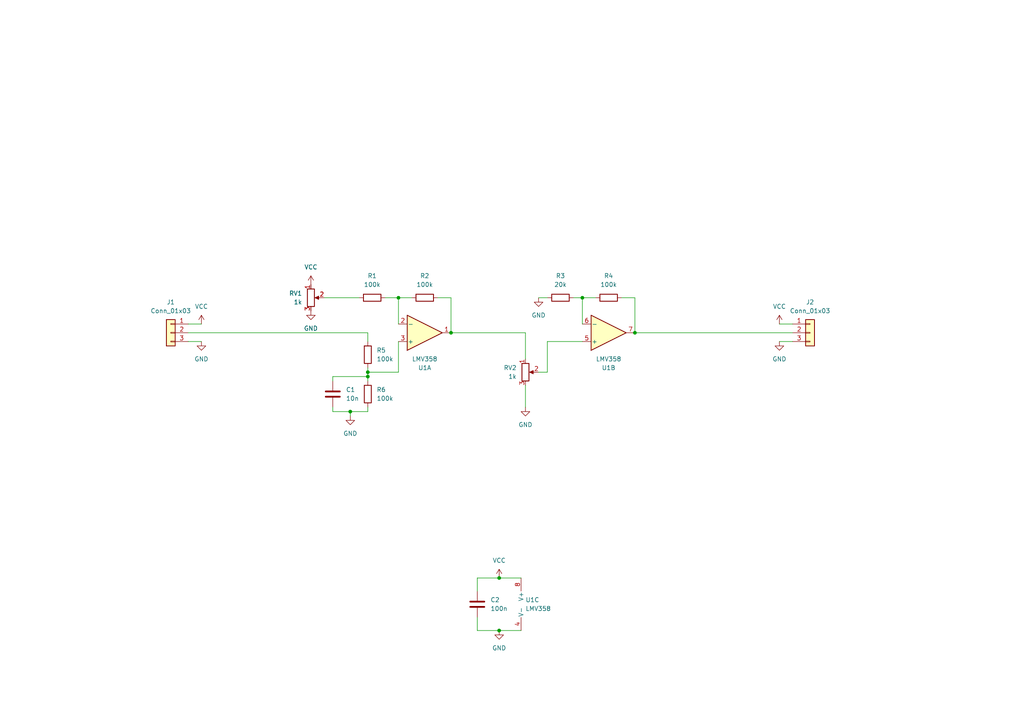
<source format=kicad_sch>
(kicad_sch (version 20230121) (generator eeschema)

  (uuid 403a50c5-5cfe-45f3-869b-807b6e40af74)

  (paper "A4")

  (lib_symbols
    (symbol "Amplifier_Operational:LMV358" (pin_names (offset 0.127)) (in_bom yes) (on_board yes)
      (property "Reference" "U" (at 0 5.08 0)
        (effects (font (size 1.27 1.27)) (justify left))
      )
      (property "Value" "LMV358" (at 0 -5.08 0)
        (effects (font (size 1.27 1.27)) (justify left))
      )
      (property "Footprint" "" (at 0 0 0)
        (effects (font (size 1.27 1.27)) hide)
      )
      (property "Datasheet" "http://www.ti.com/lit/ds/symlink/lmv324.pdf" (at 0 0 0)
        (effects (font (size 1.27 1.27)) hide)
      )
      (property "ki_locked" "" (at 0 0 0)
        (effects (font (size 1.27 1.27)))
      )
      (property "ki_keywords" "single opamp" (at 0 0 0)
        (effects (font (size 1.27 1.27)) hide)
      )
      (property "ki_description" "Dual Low-Voltage Rail-to-Rail Output Operational Amplifiers, SOIC-8/SSOP-8" (at 0 0 0)
        (effects (font (size 1.27 1.27)) hide)
      )
      (property "ki_fp_filters" "SOIC*3.9x4.9mm*P1.27mm* DIP*W7.62mm* TO*99* OnSemi*Micro8* TSSOP*3x3mm*P0.65mm* TSSOP*4.4x3mm*P0.65mm* MSOP*3x3mm*P0.65mm* SSOP*3.9x4.9mm*P0.635mm* LFCSP*2x2mm*P0.5mm* *SIP* SOIC*5.3x6.2mm*P1.27mm*" (at 0 0 0)
        (effects (font (size 1.27 1.27)) hide)
      )
      (symbol "LMV358_1_1"
        (polyline
          (pts
            (xy -5.08 5.08)
            (xy 5.08 0)
            (xy -5.08 -5.08)
            (xy -5.08 5.08)
          )
          (stroke (width 0.254) (type default))
          (fill (type background))
        )
        (pin output line (at 7.62 0 180) (length 2.54)
          (name "~" (effects (font (size 1.27 1.27))))
          (number "1" (effects (font (size 1.27 1.27))))
        )
        (pin input line (at -7.62 -2.54 0) (length 2.54)
          (name "-" (effects (font (size 1.27 1.27))))
          (number "2" (effects (font (size 1.27 1.27))))
        )
        (pin input line (at -7.62 2.54 0) (length 2.54)
          (name "+" (effects (font (size 1.27 1.27))))
          (number "3" (effects (font (size 1.27 1.27))))
        )
      )
      (symbol "LMV358_2_1"
        (polyline
          (pts
            (xy -5.08 5.08)
            (xy 5.08 0)
            (xy -5.08 -5.08)
            (xy -5.08 5.08)
          )
          (stroke (width 0.254) (type default))
          (fill (type background))
        )
        (pin input line (at -7.62 2.54 0) (length 2.54)
          (name "+" (effects (font (size 1.27 1.27))))
          (number "5" (effects (font (size 1.27 1.27))))
        )
        (pin input line (at -7.62 -2.54 0) (length 2.54)
          (name "-" (effects (font (size 1.27 1.27))))
          (number "6" (effects (font (size 1.27 1.27))))
        )
        (pin output line (at 7.62 0 180) (length 2.54)
          (name "~" (effects (font (size 1.27 1.27))))
          (number "7" (effects (font (size 1.27 1.27))))
        )
      )
      (symbol "LMV358_3_1"
        (pin power_in line (at -2.54 -7.62 90) (length 3.81)
          (name "V-" (effects (font (size 1.27 1.27))))
          (number "4" (effects (font (size 1.27 1.27))))
        )
        (pin power_in line (at -2.54 7.62 270) (length 3.81)
          (name "V+" (effects (font (size 1.27 1.27))))
          (number "8" (effects (font (size 1.27 1.27))))
        )
      )
    )
    (symbol "Connector_Generic:Conn_01x03" (pin_names (offset 1.016) hide) (in_bom yes) (on_board yes)
      (property "Reference" "J" (at 0 5.08 0)
        (effects (font (size 1.27 1.27)))
      )
      (property "Value" "Conn_01x03" (at 0 -5.08 0)
        (effects (font (size 1.27 1.27)))
      )
      (property "Footprint" "" (at 0 0 0)
        (effects (font (size 1.27 1.27)) hide)
      )
      (property "Datasheet" "~" (at 0 0 0)
        (effects (font (size 1.27 1.27)) hide)
      )
      (property "ki_keywords" "connector" (at 0 0 0)
        (effects (font (size 1.27 1.27)) hide)
      )
      (property "ki_description" "Generic connector, single row, 01x03, script generated (kicad-library-utils/schlib/autogen/connector/)" (at 0 0 0)
        (effects (font (size 1.27 1.27)) hide)
      )
      (property "ki_fp_filters" "Connector*:*_1x??_*" (at 0 0 0)
        (effects (font (size 1.27 1.27)) hide)
      )
      (symbol "Conn_01x03_1_1"
        (rectangle (start -1.27 -2.413) (end 0 -2.667)
          (stroke (width 0.1524) (type default))
          (fill (type none))
        )
        (rectangle (start -1.27 0.127) (end 0 -0.127)
          (stroke (width 0.1524) (type default))
          (fill (type none))
        )
        (rectangle (start -1.27 2.667) (end 0 2.413)
          (stroke (width 0.1524) (type default))
          (fill (type none))
        )
        (rectangle (start -1.27 3.81) (end 1.27 -3.81)
          (stroke (width 0.254) (type default))
          (fill (type background))
        )
        (pin passive line (at -5.08 2.54 0) (length 3.81)
          (name "Pin_1" (effects (font (size 1.27 1.27))))
          (number "1" (effects (font (size 1.27 1.27))))
        )
        (pin passive line (at -5.08 0 0) (length 3.81)
          (name "Pin_2" (effects (font (size 1.27 1.27))))
          (number "2" (effects (font (size 1.27 1.27))))
        )
        (pin passive line (at -5.08 -2.54 0) (length 3.81)
          (name "Pin_3" (effects (font (size 1.27 1.27))))
          (number "3" (effects (font (size 1.27 1.27))))
        )
      )
    )
    (symbol "Device:C" (pin_numbers hide) (pin_names (offset 0.254)) (in_bom yes) (on_board yes)
      (property "Reference" "C" (at 0.635 2.54 0)
        (effects (font (size 1.27 1.27)) (justify left))
      )
      (property "Value" "C" (at 0.635 -2.54 0)
        (effects (font (size 1.27 1.27)) (justify left))
      )
      (property "Footprint" "" (at 0.9652 -3.81 0)
        (effects (font (size 1.27 1.27)) hide)
      )
      (property "Datasheet" "~" (at 0 0 0)
        (effects (font (size 1.27 1.27)) hide)
      )
      (property "ki_keywords" "cap capacitor" (at 0 0 0)
        (effects (font (size 1.27 1.27)) hide)
      )
      (property "ki_description" "Unpolarized capacitor" (at 0 0 0)
        (effects (font (size 1.27 1.27)) hide)
      )
      (property "ki_fp_filters" "C_*" (at 0 0 0)
        (effects (font (size 1.27 1.27)) hide)
      )
      (symbol "C_0_1"
        (polyline
          (pts
            (xy -2.032 -0.762)
            (xy 2.032 -0.762)
          )
          (stroke (width 0.508) (type default))
          (fill (type none))
        )
        (polyline
          (pts
            (xy -2.032 0.762)
            (xy 2.032 0.762)
          )
          (stroke (width 0.508) (type default))
          (fill (type none))
        )
      )
      (symbol "C_1_1"
        (pin passive line (at 0 3.81 270) (length 2.794)
          (name "~" (effects (font (size 1.27 1.27))))
          (number "1" (effects (font (size 1.27 1.27))))
        )
        (pin passive line (at 0 -3.81 90) (length 2.794)
          (name "~" (effects (font (size 1.27 1.27))))
          (number "2" (effects (font (size 1.27 1.27))))
        )
      )
    )
    (symbol "Device:R" (pin_numbers hide) (pin_names (offset 0)) (in_bom yes) (on_board yes)
      (property "Reference" "R" (at 2.032 0 90)
        (effects (font (size 1.27 1.27)))
      )
      (property "Value" "R" (at 0 0 90)
        (effects (font (size 1.27 1.27)))
      )
      (property "Footprint" "" (at -1.778 0 90)
        (effects (font (size 1.27 1.27)) hide)
      )
      (property "Datasheet" "~" (at 0 0 0)
        (effects (font (size 1.27 1.27)) hide)
      )
      (property "ki_keywords" "R res resistor" (at 0 0 0)
        (effects (font (size 1.27 1.27)) hide)
      )
      (property "ki_description" "Resistor" (at 0 0 0)
        (effects (font (size 1.27 1.27)) hide)
      )
      (property "ki_fp_filters" "R_*" (at 0 0 0)
        (effects (font (size 1.27 1.27)) hide)
      )
      (symbol "R_0_1"
        (rectangle (start -1.016 -2.54) (end 1.016 2.54)
          (stroke (width 0.254) (type default))
          (fill (type none))
        )
      )
      (symbol "R_1_1"
        (pin passive line (at 0 3.81 270) (length 1.27)
          (name "~" (effects (font (size 1.27 1.27))))
          (number "1" (effects (font (size 1.27 1.27))))
        )
        (pin passive line (at 0 -3.81 90) (length 1.27)
          (name "~" (effects (font (size 1.27 1.27))))
          (number "2" (effects (font (size 1.27 1.27))))
        )
      )
    )
    (symbol "Device:R_Potentiometer" (pin_names (offset 1.016) hide) (in_bom yes) (on_board yes)
      (property "Reference" "RV" (at -4.445 0 90)
        (effects (font (size 1.27 1.27)))
      )
      (property "Value" "R_Potentiometer" (at -2.54 0 90)
        (effects (font (size 1.27 1.27)))
      )
      (property "Footprint" "" (at 0 0 0)
        (effects (font (size 1.27 1.27)) hide)
      )
      (property "Datasheet" "~" (at 0 0 0)
        (effects (font (size 1.27 1.27)) hide)
      )
      (property "ki_keywords" "resistor variable" (at 0 0 0)
        (effects (font (size 1.27 1.27)) hide)
      )
      (property "ki_description" "Potentiometer" (at 0 0 0)
        (effects (font (size 1.27 1.27)) hide)
      )
      (property "ki_fp_filters" "Potentiometer*" (at 0 0 0)
        (effects (font (size 1.27 1.27)) hide)
      )
      (symbol "R_Potentiometer_0_1"
        (polyline
          (pts
            (xy 2.54 0)
            (xy 1.524 0)
          )
          (stroke (width 0) (type default))
          (fill (type none))
        )
        (polyline
          (pts
            (xy 1.143 0)
            (xy 2.286 0.508)
            (xy 2.286 -0.508)
            (xy 1.143 0)
          )
          (stroke (width 0) (type default))
          (fill (type outline))
        )
        (rectangle (start 1.016 2.54) (end -1.016 -2.54)
          (stroke (width 0.254) (type default))
          (fill (type none))
        )
      )
      (symbol "R_Potentiometer_1_1"
        (pin passive line (at 0 3.81 270) (length 1.27)
          (name "1" (effects (font (size 1.27 1.27))))
          (number "1" (effects (font (size 1.27 1.27))))
        )
        (pin passive line (at 3.81 0 180) (length 1.27)
          (name "2" (effects (font (size 1.27 1.27))))
          (number "2" (effects (font (size 1.27 1.27))))
        )
        (pin passive line (at 0 -3.81 90) (length 1.27)
          (name "3" (effects (font (size 1.27 1.27))))
          (number "3" (effects (font (size 1.27 1.27))))
        )
      )
    )
    (symbol "power:GND" (power) (pin_names (offset 0)) (in_bom yes) (on_board yes)
      (property "Reference" "#PWR" (at 0 -6.35 0)
        (effects (font (size 1.27 1.27)) hide)
      )
      (property "Value" "GND" (at 0 -3.81 0)
        (effects (font (size 1.27 1.27)))
      )
      (property "Footprint" "" (at 0 0 0)
        (effects (font (size 1.27 1.27)) hide)
      )
      (property "Datasheet" "" (at 0 0 0)
        (effects (font (size 1.27 1.27)) hide)
      )
      (property "ki_keywords" "global power" (at 0 0 0)
        (effects (font (size 1.27 1.27)) hide)
      )
      (property "ki_description" "Power symbol creates a global label with name \"GND\" , ground" (at 0 0 0)
        (effects (font (size 1.27 1.27)) hide)
      )
      (symbol "GND_0_1"
        (polyline
          (pts
            (xy 0 0)
            (xy 0 -1.27)
            (xy 1.27 -1.27)
            (xy 0 -2.54)
            (xy -1.27 -1.27)
            (xy 0 -1.27)
          )
          (stroke (width 0) (type default))
          (fill (type none))
        )
      )
      (symbol "GND_1_1"
        (pin power_in line (at 0 0 270) (length 0) hide
          (name "GND" (effects (font (size 1.27 1.27))))
          (number "1" (effects (font (size 1.27 1.27))))
        )
      )
    )
    (symbol "power:VCC" (power) (pin_names (offset 0)) (in_bom yes) (on_board yes)
      (property "Reference" "#PWR" (at 0 -3.81 0)
        (effects (font (size 1.27 1.27)) hide)
      )
      (property "Value" "VCC" (at 0 3.81 0)
        (effects (font (size 1.27 1.27)))
      )
      (property "Footprint" "" (at 0 0 0)
        (effects (font (size 1.27 1.27)) hide)
      )
      (property "Datasheet" "" (at 0 0 0)
        (effects (font (size 1.27 1.27)) hide)
      )
      (property "ki_keywords" "global power" (at 0 0 0)
        (effects (font (size 1.27 1.27)) hide)
      )
      (property "ki_description" "Power symbol creates a global label with name \"VCC\"" (at 0 0 0)
        (effects (font (size 1.27 1.27)) hide)
      )
      (symbol "VCC_0_1"
        (polyline
          (pts
            (xy -0.762 1.27)
            (xy 0 2.54)
          )
          (stroke (width 0) (type default))
          (fill (type none))
        )
        (polyline
          (pts
            (xy 0 0)
            (xy 0 2.54)
          )
          (stroke (width 0) (type default))
          (fill (type none))
        )
        (polyline
          (pts
            (xy 0 2.54)
            (xy 0.762 1.27)
          )
          (stroke (width 0) (type default))
          (fill (type none))
        )
      )
      (symbol "VCC_1_1"
        (pin power_in line (at 0 0 90) (length 0) hide
          (name "VCC" (effects (font (size 1.27 1.27))))
          (number "1" (effects (font (size 1.27 1.27))))
        )
      )
    )
  )

  (junction (at 106.68 107.95) (diameter 0) (color 0 0 0 0)
    (uuid 17056fd4-26cd-4178-93cf-f9d6d399aac5)
  )
  (junction (at 168.91 86.36) (diameter 0) (color 0 0 0 0)
    (uuid 31513be5-728e-4775-b3e2-029434fa5cf1)
  )
  (junction (at 106.68 109.22) (diameter 0) (color 0 0 0 0)
    (uuid 4d64b53b-f8ce-4a8c-a26e-23bc5e952c85)
  )
  (junction (at 115.57 86.36) (diameter 0) (color 0 0 0 0)
    (uuid 5b9b1670-87fb-4e78-bd58-c350177036f8)
  )
  (junction (at 144.78 182.88) (diameter 0) (color 0 0 0 0)
    (uuid 8798e62f-5280-43d9-869a-a62a072e091d)
  )
  (junction (at 130.81 96.52) (diameter 0) (color 0 0 0 0)
    (uuid 958bef80-a8e3-471a-8543-937735efac6f)
  )
  (junction (at 144.78 167.64) (diameter 0) (color 0 0 0 0)
    (uuid 9c4cb533-a45a-4830-9b92-9df8f35fe090)
  )
  (junction (at 184.15 96.52) (diameter 0) (color 0 0 0 0)
    (uuid ba65232e-704b-4550-baa7-728ac5ffed05)
  )
  (junction (at 101.6 119.38) (diameter 0) (color 0 0 0 0)
    (uuid d4da050c-b23f-47d6-8dfb-b8d2a0d7ec6e)
  )

  (wire (pts (xy 144.78 182.88) (xy 138.43 182.88))
    (stroke (width 0) (type default))
    (uuid 0386eeef-454c-44d9-aece-ea9e8d049de2)
  )
  (wire (pts (xy 226.06 99.06) (xy 229.87 99.06))
    (stroke (width 0) (type default))
    (uuid 061aeb88-b109-4230-98b1-09298cb68260)
  )
  (wire (pts (xy 115.57 93.98) (xy 115.57 86.36))
    (stroke (width 0) (type default))
    (uuid 07f285f7-61c5-4f27-8963-1d8b7ef95a85)
  )
  (wire (pts (xy 144.78 167.64) (xy 151.13 167.64))
    (stroke (width 0) (type default))
    (uuid 08cfd6da-76b2-408e-85bf-b294c026d6d7)
  )
  (wire (pts (xy 101.6 119.38) (xy 96.52 119.38))
    (stroke (width 0) (type default))
    (uuid 09acbcf6-7987-40fe-a1f0-1a0ec93ba7f3)
  )
  (wire (pts (xy 156.21 86.36) (xy 158.75 86.36))
    (stroke (width 0) (type default))
    (uuid 136a0e9d-8f24-4abc-8f4e-eaa8f78ac9e8)
  )
  (wire (pts (xy 152.4 96.52) (xy 152.4 104.14))
    (stroke (width 0) (type default))
    (uuid 1728bd47-f564-4cb5-acff-9ca27859b5f2)
  )
  (wire (pts (xy 115.57 99.06) (xy 115.57 107.95))
    (stroke (width 0) (type default))
    (uuid 341ede0c-3d35-44d9-a98d-0926140d51dd)
  )
  (wire (pts (xy 96.52 109.22) (xy 106.68 109.22))
    (stroke (width 0) (type default))
    (uuid 35b832f1-66c2-4ce6-9ab4-6169dd1509a7)
  )
  (wire (pts (xy 168.91 93.98) (xy 168.91 86.36))
    (stroke (width 0) (type default))
    (uuid 3b95f8e7-c0a4-4243-9cb0-62d9a872f0f4)
  )
  (wire (pts (xy 184.15 96.52) (xy 229.87 96.52))
    (stroke (width 0) (type default))
    (uuid 4c810d80-bd11-45e3-bd38-2374f7d19a77)
  )
  (wire (pts (xy 106.68 109.22) (xy 106.68 107.95))
    (stroke (width 0) (type default))
    (uuid 5c36dc78-f8fa-4b2e-85d8-061f481d75f0)
  )
  (wire (pts (xy 106.68 106.68) (xy 106.68 107.95))
    (stroke (width 0) (type default))
    (uuid 5f54b9e3-7764-47ef-8e7a-e2576b649532)
  )
  (wire (pts (xy 115.57 86.36) (xy 119.38 86.36))
    (stroke (width 0) (type default))
    (uuid 66365708-b423-4e12-ac5e-08bf1a167a3b)
  )
  (wire (pts (xy 168.91 86.36) (xy 172.72 86.36))
    (stroke (width 0) (type default))
    (uuid 68769de8-11e9-4d58-99c0-ffed7f4c3811)
  )
  (wire (pts (xy 96.52 109.22) (xy 96.52 110.49))
    (stroke (width 0) (type default))
    (uuid 68827f20-9ca2-43b0-bac0-0def8c023bf3)
  )
  (wire (pts (xy 184.15 96.52) (xy 184.15 86.36))
    (stroke (width 0) (type default))
    (uuid 77d49f07-e46c-49ee-bdb2-033f404c01ff)
  )
  (wire (pts (xy 184.15 86.36) (xy 180.34 86.36))
    (stroke (width 0) (type default))
    (uuid 7833899e-799a-4c69-af62-3afe6001511a)
  )
  (wire (pts (xy 130.81 96.52) (xy 130.81 86.36))
    (stroke (width 0) (type default))
    (uuid 7b07e193-ed25-45e5-868c-8ddce0c0ab1d)
  )
  (wire (pts (xy 54.61 96.52) (xy 106.68 96.52))
    (stroke (width 0) (type default))
    (uuid 90d033b4-1266-425d-8363-5b8152932705)
  )
  (wire (pts (xy 96.52 119.38) (xy 96.52 118.11))
    (stroke (width 0) (type default))
    (uuid 916efddf-5335-44b5-b428-486748829119)
  )
  (wire (pts (xy 130.81 86.36) (xy 127 86.36))
    (stroke (width 0) (type default))
    (uuid 989d2630-313f-44da-b418-167ff49c027b)
  )
  (wire (pts (xy 101.6 120.65) (xy 101.6 119.38))
    (stroke (width 0) (type default))
    (uuid 9a2f6655-f62e-49b5-bee1-8e4b8562d7db)
  )
  (wire (pts (xy 158.75 99.06) (xy 168.91 99.06))
    (stroke (width 0) (type default))
    (uuid a07018ce-d66c-48a0-8ab7-8b2faf968256)
  )
  (wire (pts (xy 158.75 107.95) (xy 158.75 99.06))
    (stroke (width 0) (type default))
    (uuid aaeb1e65-e3ad-4c10-ba69-848e84fafec3)
  )
  (wire (pts (xy 115.57 107.95) (xy 106.68 107.95))
    (stroke (width 0) (type default))
    (uuid ace2d1b2-abdf-47f0-814a-2f4d12d8e5b2)
  )
  (wire (pts (xy 138.43 167.64) (xy 144.78 167.64))
    (stroke (width 0) (type default))
    (uuid b15667b4-2a1e-4ee3-845d-4b5b730a6d65)
  )
  (wire (pts (xy 106.68 119.38) (xy 106.68 118.11))
    (stroke (width 0) (type default))
    (uuid b49b95d6-a0ed-4e87-b997-c2569b2e6f37)
  )
  (wire (pts (xy 101.6 119.38) (xy 106.68 119.38))
    (stroke (width 0) (type default))
    (uuid b998734c-ecc5-4547-8fa1-a7f23087b23a)
  )
  (wire (pts (xy 138.43 179.07) (xy 138.43 182.88))
    (stroke (width 0) (type default))
    (uuid bb78d77e-2f23-4d93-9519-7fdf24f46ed7)
  )
  (wire (pts (xy 152.4 111.76) (xy 152.4 118.11))
    (stroke (width 0) (type default))
    (uuid bc1c7b0e-fb38-42d7-bf65-fa02b819550b)
  )
  (wire (pts (xy 144.78 182.88) (xy 151.13 182.88))
    (stroke (width 0) (type default))
    (uuid c07026cd-f6f0-43db-a032-36f22c9c24ae)
  )
  (wire (pts (xy 111.76 86.36) (xy 115.57 86.36))
    (stroke (width 0) (type default))
    (uuid c4ac440f-dfa9-4f33-bb36-4584aca99fb5)
  )
  (wire (pts (xy 168.91 86.36) (xy 166.37 86.36))
    (stroke (width 0) (type default))
    (uuid c7577048-c053-4b6c-bdac-474f988d152f)
  )
  (wire (pts (xy 226.06 93.98) (xy 229.87 93.98))
    (stroke (width 0) (type default))
    (uuid c8da3ce3-c5c1-4b84-b557-c1c4e845c4be)
  )
  (wire (pts (xy 54.61 93.98) (xy 58.42 93.98))
    (stroke (width 0) (type default))
    (uuid cd190c83-3e64-48f7-9168-47550e94257b)
  )
  (wire (pts (xy 58.42 99.06) (xy 54.61 99.06))
    (stroke (width 0) (type default))
    (uuid d2076deb-ea02-45d0-bcea-8b31f1c224ae)
  )
  (wire (pts (xy 130.81 96.52) (xy 152.4 96.52))
    (stroke (width 0) (type default))
    (uuid db2ad488-99a1-47eb-9587-f9320230594d)
  )
  (wire (pts (xy 106.68 109.22) (xy 106.68 110.49))
    (stroke (width 0) (type default))
    (uuid dd0a6280-e7f1-4e18-b171-2422c3421a82)
  )
  (wire (pts (xy 106.68 96.52) (xy 106.68 99.06))
    (stroke (width 0) (type default))
    (uuid e4a1bdb0-2125-4f79-ab39-c6e4f6ae80f4)
  )
  (wire (pts (xy 93.98 86.36) (xy 104.14 86.36))
    (stroke (width 0) (type default))
    (uuid e77acacc-9542-47e7-b0e8-40aee2d65e4d)
  )
  (wire (pts (xy 138.43 171.45) (xy 138.43 167.64))
    (stroke (width 0) (type default))
    (uuid eb9f51d2-2ac3-4e64-81d8-b91599296b89)
  )
  (wire (pts (xy 156.21 107.95) (xy 158.75 107.95))
    (stroke (width 0) (type default))
    (uuid fee47a5c-3f59-4bc6-b6c9-b3de8f183ff4)
  )

  (symbol (lib_id "power:GND") (at 156.21 86.36 0) (unit 1)
    (in_bom yes) (on_board yes) (dnp no) (fields_autoplaced)
    (uuid 01195209-35dc-491b-8535-b5b850f31b7e)
    (property "Reference" "#PWR010" (at 156.21 92.71 0)
      (effects (font (size 1.27 1.27)) hide)
    )
    (property "Value" "GND" (at 156.21 91.44 0)
      (effects (font (size 1.27 1.27)))
    )
    (property "Footprint" "" (at 156.21 86.36 0)
      (effects (font (size 1.27 1.27)) hide)
    )
    (property "Datasheet" "" (at 156.21 86.36 0)
      (effects (font (size 1.27 1.27)) hide)
    )
    (pin "1" (uuid 316ebf4b-1f5f-408e-8ed9-68c72fee117d))
    (instances
      (project "PottyBoard"
        (path "/403a50c5-5cfe-45f3-869b-807b6e40af74"
          (reference "#PWR010") (unit 1)
        )
      )
    )
  )

  (symbol (lib_id "Connector_Generic:Conn_01x03") (at 49.53 96.52 0) (mirror y) (unit 1)
    (in_bom yes) (on_board yes) (dnp no) (fields_autoplaced)
    (uuid 0a4447f2-b8a1-4fe1-844b-f7c8db716528)
    (property "Reference" "J1" (at 49.53 87.63 0)
      (effects (font (size 1.27 1.27)))
    )
    (property "Value" "Conn_01x03" (at 49.53 90.17 0)
      (effects (font (size 1.27 1.27)))
    )
    (property "Footprint" "Connector_PinHeader_2.54mm:PinHeader_1x03_P2.54mm_Vertical" (at 49.53 96.52 0)
      (effects (font (size 1.27 1.27)) hide)
    )
    (property "Datasheet" "~" (at 49.53 96.52 0)
      (effects (font (size 1.27 1.27)) hide)
    )
    (pin "1" (uuid f77ffe51-ae02-40e6-8d2c-701b666c1631))
    (pin "2" (uuid 7998c496-d682-4d5c-b989-35b6c2e6a225))
    (pin "3" (uuid 1ca5463b-6e27-446f-8908-9e3414c714b9))
    (instances
      (project "PottyBoard"
        (path "/403a50c5-5cfe-45f3-869b-807b6e40af74"
          (reference "J1") (unit 1)
        )
      )
    )
  )

  (symbol (lib_id "Device:C") (at 96.52 114.3 0) (unit 1)
    (in_bom yes) (on_board yes) (dnp no) (fields_autoplaced)
    (uuid 177753b6-9a1c-45d3-aac6-8d9014f1b278)
    (property "Reference" "C1" (at 100.33 113.03 0)
      (effects (font (size 1.27 1.27)) (justify left))
    )
    (property "Value" "10n" (at 100.33 115.57 0)
      (effects (font (size 1.27 1.27)) (justify left))
    )
    (property "Footprint" "Capacitor_SMD:C_0402_1005Metric" (at 97.4852 118.11 0)
      (effects (font (size 1.27 1.27)) hide)
    )
    (property "Datasheet" "~" (at 96.52 114.3 0)
      (effects (font (size 1.27 1.27)) hide)
    )
    (pin "1" (uuid 489a8da1-0574-4197-a6c0-76611a69df0f))
    (pin "2" (uuid 7a3794e4-d031-439a-9924-07fbbc3ee906))
    (instances
      (project "PottyBoard"
        (path "/403a50c5-5cfe-45f3-869b-807b6e40af74"
          (reference "C1") (unit 1)
        )
      )
    )
  )

  (symbol (lib_id "power:GND") (at 101.6 120.65 0) (unit 1)
    (in_bom yes) (on_board yes) (dnp no) (fields_autoplaced)
    (uuid 19d0b27b-377b-4e02-a85a-2368a394f54a)
    (property "Reference" "#PWR06" (at 101.6 127 0)
      (effects (font (size 1.27 1.27)) hide)
    )
    (property "Value" "GND" (at 101.6 125.73 0)
      (effects (font (size 1.27 1.27)))
    )
    (property "Footprint" "" (at 101.6 120.65 0)
      (effects (font (size 1.27 1.27)) hide)
    )
    (property "Datasheet" "" (at 101.6 120.65 0)
      (effects (font (size 1.27 1.27)) hide)
    )
    (pin "1" (uuid 0992d2c4-c690-46b0-9530-3de1dad783b3))
    (instances
      (project "PottyBoard"
        (path "/403a50c5-5cfe-45f3-869b-807b6e40af74"
          (reference "#PWR06") (unit 1)
        )
      )
    )
  )

  (symbol (lib_id "Amplifier_Operational:LMV358") (at 176.53 96.52 0) (mirror x) (unit 2)
    (in_bom yes) (on_board yes) (dnp no)
    (uuid 1eb01958-e42f-4f4b-b396-d497ac59bb12)
    (property "Reference" "U1" (at 176.53 106.68 0)
      (effects (font (size 1.27 1.27)))
    )
    (property "Value" "LMV358" (at 176.53 104.14 0)
      (effects (font (size 1.27 1.27)))
    )
    (property "Footprint" "Package_TO_SOT_SMD:SOT-23-8" (at 176.53 96.52 0)
      (effects (font (size 1.27 1.27)) hide)
    )
    (property "Datasheet" "http://www.ti.com/lit/ds/symlink/lmv324.pdf" (at 176.53 96.52 0)
      (effects (font (size 1.27 1.27)) hide)
    )
    (property "manf" "TI" (at 176.53 96.52 0)
      (effects (font (size 1.27 1.27)) hide)
    )
    (property "manf#" "LMV358AIDDFR" (at 176.53 96.52 0)
      (effects (font (size 1.27 1.27)) hide)
    )
    (property "LCSC" "C2869788" (at 176.53 96.52 0)
      (effects (font (size 1.27 1.27)) hide)
    )
    (pin "1" (uuid 61df3e23-b1a6-4d7f-a43e-5152bd8ea2b0))
    (pin "3" (uuid 63aee5d5-16aa-43c1-be45-1ec5e6fdaa43))
    (pin "5" (uuid 61649df7-8f46-43c5-a952-c8fd4e900b82))
    (pin "4" (uuid 694bc487-4e63-42e9-9db6-2ce36fd18fd1))
    (pin "2" (uuid b33481df-2b02-4373-b516-b4c40decb6fc))
    (pin "7" (uuid ec26730c-0713-4608-8b94-081ce9931f62))
    (pin "8" (uuid a850d2a4-a65b-4061-b86d-cc34a5300231))
    (pin "6" (uuid 552b788f-d353-4642-8c89-4dc98afad0be))
    (instances
      (project "PottyBoard"
        (path "/403a50c5-5cfe-45f3-869b-807b6e40af74"
          (reference "U1") (unit 2)
        )
      )
    )
  )

  (symbol (lib_id "Device:R") (at 123.19 86.36 90) (unit 1)
    (in_bom yes) (on_board yes) (dnp no) (fields_autoplaced)
    (uuid 247def7d-bdb8-48da-9b3b-b51b18f54077)
    (property "Reference" "R2" (at 123.19 80.01 90)
      (effects (font (size 1.27 1.27)))
    )
    (property "Value" "100k" (at 123.19 82.55 90)
      (effects (font (size 1.27 1.27)))
    )
    (property "Footprint" "Resistor_SMD:R_0402_1005Metric" (at 123.19 88.138 90)
      (effects (font (size 1.27 1.27)) hide)
    )
    (property "Datasheet" "~" (at 123.19 86.36 0)
      (effects (font (size 1.27 1.27)) hide)
    )
    (pin "2" (uuid ad0fff8a-1f60-4e1b-a94d-0579022e0b57))
    (pin "1" (uuid 4fa61de0-fa83-4ce6-850c-72a437489034))
    (instances
      (project "PottyBoard"
        (path "/403a50c5-5cfe-45f3-869b-807b6e40af74"
          (reference "R2") (unit 1)
        )
      )
    )
  )

  (symbol (lib_id "Device:R") (at 106.68 114.3 180) (unit 1)
    (in_bom yes) (on_board yes) (dnp no) (fields_autoplaced)
    (uuid 25a4057b-bf09-4874-ae27-268b9dce3589)
    (property "Reference" "R6" (at 109.22 113.03 0)
      (effects (font (size 1.27 1.27)) (justify right))
    )
    (property "Value" "100k" (at 109.22 115.57 0)
      (effects (font (size 1.27 1.27)) (justify right))
    )
    (property "Footprint" "Resistor_SMD:R_0402_1005Metric" (at 108.458 114.3 90)
      (effects (font (size 1.27 1.27)) hide)
    )
    (property "Datasheet" "~" (at 106.68 114.3 0)
      (effects (font (size 1.27 1.27)) hide)
    )
    (pin "2" (uuid 379cbead-64e5-4004-98ee-39a65f2197c7))
    (pin "1" (uuid 8bebf8e4-dbc5-4ef3-95fc-36b1c324deb6))
    (instances
      (project "PottyBoard"
        (path "/403a50c5-5cfe-45f3-869b-807b6e40af74"
          (reference "R6") (unit 1)
        )
      )
    )
  )

  (symbol (lib_id "Device:R") (at 107.95 86.36 90) (unit 1)
    (in_bom yes) (on_board yes) (dnp no) (fields_autoplaced)
    (uuid 2a8ef550-6108-44dc-ba43-1d25130f3207)
    (property "Reference" "R1" (at 107.95 80.01 90)
      (effects (font (size 1.27 1.27)))
    )
    (property "Value" "100k" (at 107.95 82.55 90)
      (effects (font (size 1.27 1.27)))
    )
    (property "Footprint" "Resistor_SMD:R_0402_1005Metric" (at 107.95 88.138 90)
      (effects (font (size 1.27 1.27)) hide)
    )
    (property "Datasheet" "~" (at 107.95 86.36 0)
      (effects (font (size 1.27 1.27)) hide)
    )
    (pin "2" (uuid 93297d06-6899-421b-9e44-8cedc93266c7))
    (pin "1" (uuid 7b308fb1-8c23-4148-a743-c446ed079fdc))
    (instances
      (project "PottyBoard"
        (path "/403a50c5-5cfe-45f3-869b-807b6e40af74"
          (reference "R1") (unit 1)
        )
      )
    )
  )

  (symbol (lib_id "power:GND") (at 58.42 99.06 0) (unit 1)
    (in_bom yes) (on_board yes) (dnp no) (fields_autoplaced)
    (uuid 3e06ad06-197b-44e5-a4bd-226aa2b955a6)
    (property "Reference" "#PWR03" (at 58.42 105.41 0)
      (effects (font (size 1.27 1.27)) hide)
    )
    (property "Value" "GND" (at 58.42 104.14 0)
      (effects (font (size 1.27 1.27)))
    )
    (property "Footprint" "" (at 58.42 99.06 0)
      (effects (font (size 1.27 1.27)) hide)
    )
    (property "Datasheet" "" (at 58.42 99.06 0)
      (effects (font (size 1.27 1.27)) hide)
    )
    (pin "1" (uuid c3d0b7e3-20a5-489e-b153-2f3e527639ac))
    (instances
      (project "PottyBoard"
        (path "/403a50c5-5cfe-45f3-869b-807b6e40af74"
          (reference "#PWR03") (unit 1)
        )
      )
    )
  )

  (symbol (lib_id "power:VCC") (at 90.17 82.55 0) (unit 1)
    (in_bom yes) (on_board yes) (dnp no) (fields_autoplaced)
    (uuid 41e648d0-f285-4b3f-96fc-a0572281c2db)
    (property "Reference" "#PWR012" (at 90.17 86.36 0)
      (effects (font (size 1.27 1.27)) hide)
    )
    (property "Value" "VCC" (at 90.17 77.47 0)
      (effects (font (size 1.27 1.27)))
    )
    (property "Footprint" "" (at 90.17 82.55 0)
      (effects (font (size 1.27 1.27)) hide)
    )
    (property "Datasheet" "" (at 90.17 82.55 0)
      (effects (font (size 1.27 1.27)) hide)
    )
    (pin "1" (uuid 2973090e-f9e0-4051-a23d-f0a7769fb8e9))
    (instances
      (project "PottyBoard"
        (path "/403a50c5-5cfe-45f3-869b-807b6e40af74"
          (reference "#PWR012") (unit 1)
        )
      )
    )
  )

  (symbol (lib_id "power:VCC") (at 58.42 93.98 0) (unit 1)
    (in_bom yes) (on_board yes) (dnp no) (fields_autoplaced)
    (uuid 4bf30acc-367c-45e7-a449-e3c1d40c55e2)
    (property "Reference" "#PWR04" (at 58.42 97.79 0)
      (effects (font (size 1.27 1.27)) hide)
    )
    (property "Value" "VCC" (at 58.42 88.9 0)
      (effects (font (size 1.27 1.27)))
    )
    (property "Footprint" "" (at 58.42 93.98 0)
      (effects (font (size 1.27 1.27)) hide)
    )
    (property "Datasheet" "" (at 58.42 93.98 0)
      (effects (font (size 1.27 1.27)) hide)
    )
    (pin "1" (uuid 97974a5b-4e44-4264-a59b-84aee7a471e4))
    (instances
      (project "PottyBoard"
        (path "/403a50c5-5cfe-45f3-869b-807b6e40af74"
          (reference "#PWR04") (unit 1)
        )
      )
    )
  )

  (symbol (lib_id "power:VCC") (at 226.06 93.98 0) (unit 1)
    (in_bom yes) (on_board yes) (dnp no) (fields_autoplaced)
    (uuid 4c78f724-613c-4037-94aa-dfe6d1d58d6d)
    (property "Reference" "#PWR05" (at 226.06 97.79 0)
      (effects (font (size 1.27 1.27)) hide)
    )
    (property "Value" "VCC" (at 226.06 88.9 0)
      (effects (font (size 1.27 1.27)))
    )
    (property "Footprint" "" (at 226.06 93.98 0)
      (effects (font (size 1.27 1.27)) hide)
    )
    (property "Datasheet" "" (at 226.06 93.98 0)
      (effects (font (size 1.27 1.27)) hide)
    )
    (pin "1" (uuid 3b86cd0e-ecb0-42ad-a89f-cd0d3630fa1c))
    (instances
      (project "PottyBoard"
        (path "/403a50c5-5cfe-45f3-869b-807b6e40af74"
          (reference "#PWR05") (unit 1)
        )
      )
    )
  )

  (symbol (lib_id "power:GND") (at 144.78 182.88 0) (unit 1)
    (in_bom yes) (on_board yes) (dnp no) (fields_autoplaced)
    (uuid 5449298b-7a55-4efe-923d-4b0c2872e49b)
    (property "Reference" "#PWR02" (at 144.78 189.23 0)
      (effects (font (size 1.27 1.27)) hide)
    )
    (property "Value" "GND" (at 144.78 187.96 0)
      (effects (font (size 1.27 1.27)))
    )
    (property "Footprint" "" (at 144.78 182.88 0)
      (effects (font (size 1.27 1.27)) hide)
    )
    (property "Datasheet" "" (at 144.78 182.88 0)
      (effects (font (size 1.27 1.27)) hide)
    )
    (pin "1" (uuid 535c2dc6-5e74-47b8-a351-94ba785cafb3))
    (instances
      (project "PottyBoard"
        (path "/403a50c5-5cfe-45f3-869b-807b6e40af74"
          (reference "#PWR02") (unit 1)
        )
      )
    )
  )

  (symbol (lib_id "Device:R_Potentiometer") (at 90.17 86.36 0) (unit 1)
    (in_bom yes) (on_board yes) (dnp no) (fields_autoplaced)
    (uuid 600f1b66-d1a0-414a-a604-b4064d35f597)
    (property "Reference" "RV1" (at 87.63 85.09 0)
      (effects (font (size 1.27 1.27)) (justify right))
    )
    (property "Value" "1k" (at 87.63 87.63 0)
      (effects (font (size 1.27 1.27)) (justify right))
    )
    (property "Footprint" "Potentiometer_SMD:Potentiometer_Bourns_TC33X_Vertical" (at 90.17 86.36 0)
      (effects (font (size 1.27 1.27)) hide)
    )
    (property "Datasheet" "~" (at 90.17 86.36 0)
      (effects (font (size 1.27 1.27)) hide)
    )
    (property "manf" "Bourns" (at 90.17 86.36 0)
      (effects (font (size 1.27 1.27)) hide)
    )
    (property "manf#" "TC33X-2-102E" (at 90.17 86.36 0)
      (effects (font (size 1.27 1.27)) hide)
    )
    (property "LCSC" "C719174" (at 90.17 86.36 0)
      (effects (font (size 1.27 1.27)) hide)
    )
    (pin "3" (uuid c828e056-061e-452e-9488-99ef5e8ed084))
    (pin "1" (uuid 24230854-51d4-46c8-9d7b-5bcdf83b2a10))
    (pin "2" (uuid 4b294357-228a-40e1-82a5-b4ab45b728d4))
    (instances
      (project "PottyBoard"
        (path "/403a50c5-5cfe-45f3-869b-807b6e40af74"
          (reference "RV1") (unit 1)
        )
      )
    )
  )

  (symbol (lib_id "Connector_Generic:Conn_01x03") (at 234.95 96.52 0) (unit 1)
    (in_bom yes) (on_board yes) (dnp no)
    (uuid 6316f26e-fd36-49f8-9681-80908f60b6bb)
    (property "Reference" "J2" (at 234.95 87.63 0)
      (effects (font (size 1.27 1.27)))
    )
    (property "Value" "Conn_01x03" (at 234.95 90.17 0)
      (effects (font (size 1.27 1.27)))
    )
    (property "Footprint" "Connector_PinHeader_2.54mm:PinHeader_1x03_P2.54mm_Vertical" (at 234.95 96.52 0)
      (effects (font (size 1.27 1.27)) hide)
    )
    (property "Datasheet" "~" (at 234.95 96.52 0)
      (effects (font (size 1.27 1.27)) hide)
    )
    (pin "1" (uuid 891deab9-851d-48f6-ba6f-eec086b9cfa5))
    (pin "2" (uuid d09ba73a-9c48-4628-8c48-9b564efe8598))
    (pin "3" (uuid 0db2368e-060c-4034-b59a-1325486e3d99))
    (instances
      (project "PottyBoard"
        (path "/403a50c5-5cfe-45f3-869b-807b6e40af74"
          (reference "J2") (unit 1)
        )
      )
    )
  )

  (symbol (lib_id "Device:R") (at 106.68 102.87 180) (unit 1)
    (in_bom yes) (on_board yes) (dnp no) (fields_autoplaced)
    (uuid 643ea4cc-18a3-40b2-b7e3-caec9f9b810c)
    (property "Reference" "R5" (at 109.22 101.6 0)
      (effects (font (size 1.27 1.27)) (justify right))
    )
    (property "Value" "100k" (at 109.22 104.14 0)
      (effects (font (size 1.27 1.27)) (justify right))
    )
    (property "Footprint" "Resistor_SMD:R_0402_1005Metric" (at 108.458 102.87 90)
      (effects (font (size 1.27 1.27)) hide)
    )
    (property "Datasheet" "~" (at 106.68 102.87 0)
      (effects (font (size 1.27 1.27)) hide)
    )
    (pin "2" (uuid 787c4783-505f-4f0a-bfdd-521ffd530ed1))
    (pin "1" (uuid b72d3007-9b1f-456f-b5f7-56b40d3a052f))
    (instances
      (project "PottyBoard"
        (path "/403a50c5-5cfe-45f3-869b-807b6e40af74"
          (reference "R5") (unit 1)
        )
      )
    )
  )

  (symbol (lib_id "power:GND") (at 226.06 99.06 0) (unit 1)
    (in_bom yes) (on_board yes) (dnp no) (fields_autoplaced)
    (uuid 74b4b1d8-0847-42a5-ab3f-8980a0bb50cf)
    (property "Reference" "#PWR01" (at 226.06 105.41 0)
      (effects (font (size 1.27 1.27)) hide)
    )
    (property "Value" "GND" (at 226.06 104.14 0)
      (effects (font (size 1.27 1.27)))
    )
    (property "Footprint" "" (at 226.06 99.06 0)
      (effects (font (size 1.27 1.27)) hide)
    )
    (property "Datasheet" "" (at 226.06 99.06 0)
      (effects (font (size 1.27 1.27)) hide)
    )
    (pin "1" (uuid 55a96113-6c1c-43e7-b905-064f8efc837a))
    (instances
      (project "PottyBoard"
        (path "/403a50c5-5cfe-45f3-869b-807b6e40af74"
          (reference "#PWR01") (unit 1)
        )
      )
    )
  )

  (symbol (lib_id "Amplifier_Operational:LMV358") (at 123.19 96.52 0) (mirror x) (unit 1)
    (in_bom yes) (on_board yes) (dnp no)
    (uuid 833fedfb-4db6-46d6-bee0-ebbd549f9b0e)
    (property "Reference" "U1" (at 123.19 106.68 0)
      (effects (font (size 1.27 1.27)))
    )
    (property "Value" "LMV358" (at 123.19 104.14 0)
      (effects (font (size 1.27 1.27)))
    )
    (property "Footprint" "Package_TO_SOT_SMD:SOT-23-8" (at 123.19 96.52 0)
      (effects (font (size 1.27 1.27)) hide)
    )
    (property "Datasheet" "http://www.ti.com/lit/ds/symlink/lmv324.pdf" (at 123.19 96.52 0)
      (effects (font (size 1.27 1.27)) hide)
    )
    (property "manf" "TI" (at 123.19 96.52 0)
      (effects (font (size 1.27 1.27)) hide)
    )
    (property "manf#" "LMV358AIDDFR" (at 123.19 96.52 0)
      (effects (font (size 1.27 1.27)) hide)
    )
    (property "LCSC" "C2869788" (at 123.19 96.52 0)
      (effects (font (size 1.27 1.27)) hide)
    )
    (pin "1" (uuid 61df3e23-b1a6-4d7f-a43e-5152bd8ea2b1))
    (pin "3" (uuid 63aee5d5-16aa-43c1-be45-1ec5e6fdaa44))
    (pin "5" (uuid 61649df7-8f46-43c5-a952-c8fd4e900b83))
    (pin "4" (uuid 694bc487-4e63-42e9-9db6-2ce36fd18fd2))
    (pin "2" (uuid b33481df-2b02-4373-b516-b4c40decb6fd))
    (pin "7" (uuid ec26730c-0713-4608-8b94-081ce9931f63))
    (pin "8" (uuid a850d2a4-a65b-4061-b86d-cc34a5300232))
    (pin "6" (uuid 552b788f-d353-4642-8c89-4dc98afad0bf))
    (instances
      (project "PottyBoard"
        (path "/403a50c5-5cfe-45f3-869b-807b6e40af74"
          (reference "U1") (unit 1)
        )
      )
    )
  )

  (symbol (lib_id "Device:C") (at 138.43 175.26 0) (unit 1)
    (in_bom yes) (on_board yes) (dnp no) (fields_autoplaced)
    (uuid 9bf66477-e977-4306-94f3-c541d606c8f2)
    (property "Reference" "C2" (at 142.24 173.99 0)
      (effects (font (size 1.27 1.27)) (justify left))
    )
    (property "Value" "100n" (at 142.24 176.53 0)
      (effects (font (size 1.27 1.27)) (justify left))
    )
    (property "Footprint" "Capacitor_SMD:C_0402_1005Metric" (at 139.3952 179.07 0)
      (effects (font (size 1.27 1.27)) hide)
    )
    (property "Datasheet" "~" (at 138.43 175.26 0)
      (effects (font (size 1.27 1.27)) hide)
    )
    (pin "1" (uuid 2629fac9-aeb3-463e-bff4-9c4f282cea06))
    (pin "2" (uuid a2a08e14-c1bf-49fe-856c-127e33cff0ba))
    (instances
      (project "PottyBoard"
        (path "/403a50c5-5cfe-45f3-869b-807b6e40af74"
          (reference "C2") (unit 1)
        )
      )
    )
  )

  (symbol (lib_id "power:GND") (at 90.17 90.17 0) (unit 1)
    (in_bom yes) (on_board yes) (dnp no) (fields_autoplaced)
    (uuid 9e734623-73d5-4ce8-a43c-981cb1d9083a)
    (property "Reference" "#PWR011" (at 90.17 96.52 0)
      (effects (font (size 1.27 1.27)) hide)
    )
    (property "Value" "GND" (at 90.17 95.25 0)
      (effects (font (size 1.27 1.27)))
    )
    (property "Footprint" "" (at 90.17 90.17 0)
      (effects (font (size 1.27 1.27)) hide)
    )
    (property "Datasheet" "" (at 90.17 90.17 0)
      (effects (font (size 1.27 1.27)) hide)
    )
    (pin "1" (uuid 2f3f28e8-cd52-4109-b15e-0db5f6eee430))
    (instances
      (project "PottyBoard"
        (path "/403a50c5-5cfe-45f3-869b-807b6e40af74"
          (reference "#PWR011") (unit 1)
        )
      )
    )
  )

  (symbol (lib_id "Device:R") (at 176.53 86.36 90) (unit 1)
    (in_bom yes) (on_board yes) (dnp no) (fields_autoplaced)
    (uuid a714d3f5-ce6c-4287-9357-e2ebc4781c8c)
    (property "Reference" "R4" (at 176.53 80.01 90)
      (effects (font (size 1.27 1.27)))
    )
    (property "Value" "100k" (at 176.53 82.55 90)
      (effects (font (size 1.27 1.27)))
    )
    (property "Footprint" "Resistor_SMD:R_0402_1005Metric" (at 176.53 88.138 90)
      (effects (font (size 1.27 1.27)) hide)
    )
    (property "Datasheet" "~" (at 176.53 86.36 0)
      (effects (font (size 1.27 1.27)) hide)
    )
    (pin "2" (uuid 6e0e2f79-d63a-4a47-a96e-a40800e0691b))
    (pin "1" (uuid b72a4325-6e0a-4817-a451-2f4cbaf2976a))
    (instances
      (project "PottyBoard"
        (path "/403a50c5-5cfe-45f3-869b-807b6e40af74"
          (reference "R4") (unit 1)
        )
      )
    )
  )

  (symbol (lib_id "Device:R_Potentiometer") (at 152.4 107.95 0) (unit 1)
    (in_bom yes) (on_board yes) (dnp no) (fields_autoplaced)
    (uuid ac1823f7-bebf-48f8-85b3-fe2e2ca96aec)
    (property "Reference" "RV2" (at 149.86 106.68 0)
      (effects (font (size 1.27 1.27)) (justify right))
    )
    (property "Value" "1k" (at 149.86 109.22 0)
      (effects (font (size 1.27 1.27)) (justify right))
    )
    (property "Footprint" "Potentiometer_SMD:Potentiometer_Bourns_TC33X_Vertical" (at 152.4 107.95 0)
      (effects (font (size 1.27 1.27)) hide)
    )
    (property "Datasheet" "~" (at 152.4 107.95 0)
      (effects (font (size 1.27 1.27)) hide)
    )
    (property "manf" "Bourns" (at 152.4 107.95 0)
      (effects (font (size 1.27 1.27)) hide)
    )
    (property "manf#" "TC33X-2-102E" (at 152.4 107.95 0)
      (effects (font (size 1.27 1.27)) hide)
    )
    (property "LCSC" "C719174" (at 152.4 107.95 0)
      (effects (font (size 1.27 1.27)) hide)
    )
    (pin "3" (uuid 8d536aaa-c1a6-4471-9768-16b7f784018f))
    (pin "1" (uuid df8e9d22-cbb5-42f3-ab41-30454b395c22))
    (pin "2" (uuid 75669883-05f7-4a9d-9a47-fa39e587d969))
    (instances
      (project "PottyBoard"
        (path "/403a50c5-5cfe-45f3-869b-807b6e40af74"
          (reference "RV2") (unit 1)
        )
      )
    )
  )

  (symbol (lib_id "power:GND") (at 152.4 118.11 0) (unit 1)
    (in_bom yes) (on_board yes) (dnp no) (fields_autoplaced)
    (uuid b582a00e-ee1d-4938-88b7-754a334417de)
    (property "Reference" "#PWR07" (at 152.4 124.46 0)
      (effects (font (size 1.27 1.27)) hide)
    )
    (property "Value" "GND" (at 152.4 123.19 0)
      (effects (font (size 1.27 1.27)))
    )
    (property "Footprint" "" (at 152.4 118.11 0)
      (effects (font (size 1.27 1.27)) hide)
    )
    (property "Datasheet" "" (at 152.4 118.11 0)
      (effects (font (size 1.27 1.27)) hide)
    )
    (pin "1" (uuid a59dd522-af56-44f3-9462-2190f38573ab))
    (instances
      (project "PottyBoard"
        (path "/403a50c5-5cfe-45f3-869b-807b6e40af74"
          (reference "#PWR07") (unit 1)
        )
      )
    )
  )

  (symbol (lib_id "power:VCC") (at 144.78 167.64 0) (unit 1)
    (in_bom yes) (on_board yes) (dnp no) (fields_autoplaced)
    (uuid df3f9d72-7f14-4b82-88f6-ece0ac065975)
    (property "Reference" "#PWR09" (at 144.78 171.45 0)
      (effects (font (size 1.27 1.27)) hide)
    )
    (property "Value" "VCC" (at 144.78 162.56 0)
      (effects (font (size 1.27 1.27)))
    )
    (property "Footprint" "" (at 144.78 167.64 0)
      (effects (font (size 1.27 1.27)) hide)
    )
    (property "Datasheet" "" (at 144.78 167.64 0)
      (effects (font (size 1.27 1.27)) hide)
    )
    (pin "1" (uuid 8ab7552c-abc9-427c-9ede-682bc017aa86))
    (instances
      (project "PottyBoard"
        (path "/403a50c5-5cfe-45f3-869b-807b6e40af74"
          (reference "#PWR09") (unit 1)
        )
      )
    )
  )

  (symbol (lib_id "Device:R") (at 162.56 86.36 90) (unit 1)
    (in_bom yes) (on_board yes) (dnp no) (fields_autoplaced)
    (uuid e7e68be0-9796-46d8-adfb-b5af9015ad57)
    (property "Reference" "R3" (at 162.56 80.01 90)
      (effects (font (size 1.27 1.27)))
    )
    (property "Value" "20k" (at 162.56 82.55 90)
      (effects (font (size 1.27 1.27)))
    )
    (property "Footprint" "Resistor_SMD:R_0402_1005Metric" (at 162.56 88.138 90)
      (effects (font (size 1.27 1.27)) hide)
    )
    (property "Datasheet" "~" (at 162.56 86.36 0)
      (effects (font (size 1.27 1.27)) hide)
    )
    (pin "2" (uuid 1a46ca9d-eb34-4a05-96c0-2f6d28b2ee27))
    (pin "1" (uuid 05a46bec-dff4-47c8-b111-0c1ce2aa8c14))
    (instances
      (project "PottyBoard"
        (path "/403a50c5-5cfe-45f3-869b-807b6e40af74"
          (reference "R3") (unit 1)
        )
      )
    )
  )

  (symbol (lib_id "Amplifier_Operational:LMV358") (at 153.67 175.26 0) (unit 3)
    (in_bom yes) (on_board yes) (dnp no) (fields_autoplaced)
    (uuid e7fdbc77-d0ec-4d42-a6bf-757110ccfa1d)
    (property "Reference" "U1" (at 152.4 173.99 0)
      (effects (font (size 1.27 1.27)) (justify left))
    )
    (property "Value" "LMV358" (at 152.4 176.53 0)
      (effects (font (size 1.27 1.27)) (justify left))
    )
    (property "Footprint" "Package_TO_SOT_SMD:SOT-23-8" (at 153.67 175.26 0)
      (effects (font (size 1.27 1.27)) hide)
    )
    (property "Datasheet" "http://www.ti.com/lit/ds/symlink/lmv324.pdf" (at 153.67 175.26 0)
      (effects (font (size 1.27 1.27)) hide)
    )
    (property "manf" "TI" (at 153.67 175.26 0)
      (effects (font (size 1.27 1.27)) hide)
    )
    (property "manf#" "LMV358AIDDFR" (at 153.67 175.26 0)
      (effects (font (size 1.27 1.27)) hide)
    )
    (property "LCSC" "C2869788" (at 153.67 175.26 0)
      (effects (font (size 1.27 1.27)) hide)
    )
    (pin "1" (uuid 61df3e23-b1a6-4d7f-a43e-5152bd8ea2b2))
    (pin "3" (uuid 63aee5d5-16aa-43c1-be45-1ec5e6fdaa45))
    (pin "5" (uuid 61649df7-8f46-43c5-a952-c8fd4e900b84))
    (pin "4" (uuid 694bc487-4e63-42e9-9db6-2ce36fd18fd3))
    (pin "2" (uuid b33481df-2b02-4373-b516-b4c40decb6fe))
    (pin "7" (uuid ec26730c-0713-4608-8b94-081ce9931f64))
    (pin "8" (uuid a850d2a4-a65b-4061-b86d-cc34a5300233))
    (pin "6" (uuid 552b788f-d353-4642-8c89-4dc98afad0c0))
    (instances
      (project "PottyBoard"
        (path "/403a50c5-5cfe-45f3-869b-807b6e40af74"
          (reference "U1") (unit 3)
        )
      )
    )
  )

  (sheet_instances
    (path "/" (page "1"))
  )
)

</source>
